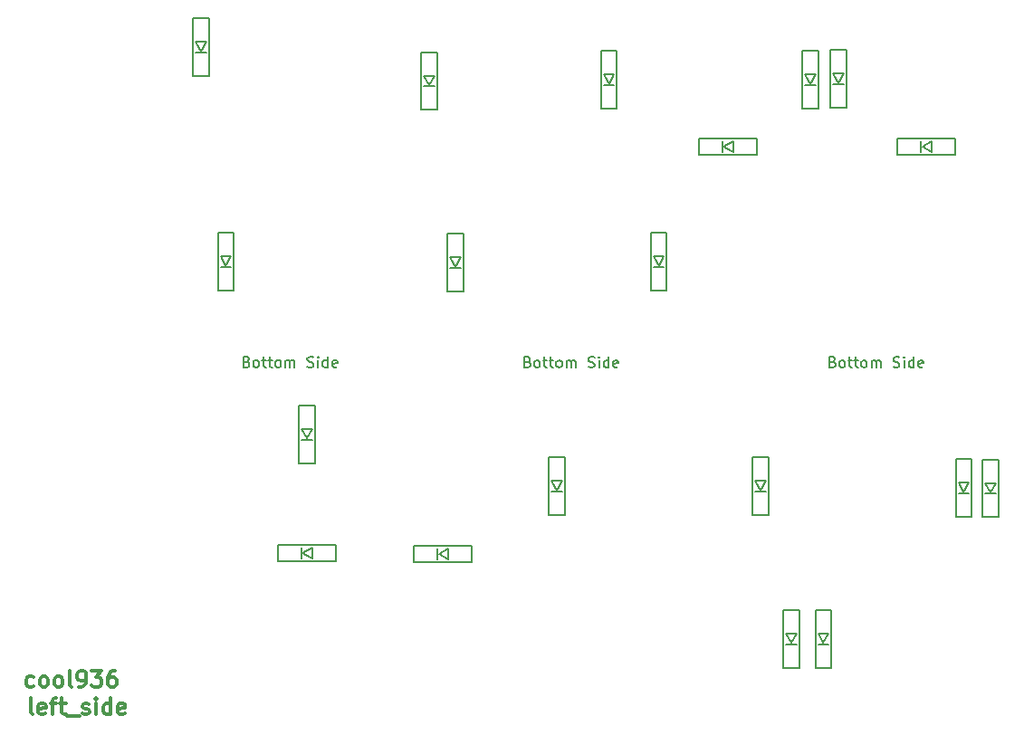
<source format=gbr>
G04 #@! TF.GenerationSoftware,KiCad,Pcbnew,(5.1.6-0-10_14)*
G04 #@! TF.CreationDate,2022-03-06T15:35:19+09:00*
G04 #@! TF.ProjectId,cool936,636f6f6c-3933-4362-9e6b-696361645f70,rev?*
G04 #@! TF.SameCoordinates,Original*
G04 #@! TF.FileFunction,Legend,Top*
G04 #@! TF.FilePolarity,Positive*
%FSLAX46Y46*%
G04 Gerber Fmt 4.6, Leading zero omitted, Abs format (unit mm)*
G04 Created by KiCad (PCBNEW (5.1.6-0-10_14)) date 2022-03-06 15:35:19*
%MOMM*%
%LPD*%
G01*
G04 APERTURE LIST*
%ADD10C,0.300000*%
%ADD11C,0.150000*%
G04 APERTURE END LIST*
D10*
X21242857Y-61122142D02*
X21100000Y-61193571D01*
X20814285Y-61193571D01*
X20671428Y-61122142D01*
X20600000Y-61050714D01*
X20528571Y-60907857D01*
X20528571Y-60479285D01*
X20600000Y-60336428D01*
X20671428Y-60265000D01*
X20814285Y-60193571D01*
X21100000Y-60193571D01*
X21242857Y-60265000D01*
X22100000Y-61193571D02*
X21957142Y-61122142D01*
X21885714Y-61050714D01*
X21814285Y-60907857D01*
X21814285Y-60479285D01*
X21885714Y-60336428D01*
X21957142Y-60265000D01*
X22100000Y-60193571D01*
X22314285Y-60193571D01*
X22457142Y-60265000D01*
X22528571Y-60336428D01*
X22600000Y-60479285D01*
X22600000Y-60907857D01*
X22528571Y-61050714D01*
X22457142Y-61122142D01*
X22314285Y-61193571D01*
X22100000Y-61193571D01*
X23457142Y-61193571D02*
X23314285Y-61122142D01*
X23242857Y-61050714D01*
X23171428Y-60907857D01*
X23171428Y-60479285D01*
X23242857Y-60336428D01*
X23314285Y-60265000D01*
X23457142Y-60193571D01*
X23671428Y-60193571D01*
X23814285Y-60265000D01*
X23885714Y-60336428D01*
X23957142Y-60479285D01*
X23957142Y-60907857D01*
X23885714Y-61050714D01*
X23814285Y-61122142D01*
X23671428Y-61193571D01*
X23457142Y-61193571D01*
X24814285Y-61193571D02*
X24671428Y-61122142D01*
X24600000Y-60979285D01*
X24600000Y-59693571D01*
X25457142Y-61193571D02*
X25742857Y-61193571D01*
X25885714Y-61122142D01*
X25957142Y-61050714D01*
X26100000Y-60836428D01*
X26171428Y-60550714D01*
X26171428Y-59979285D01*
X26100000Y-59836428D01*
X26028571Y-59765000D01*
X25885714Y-59693571D01*
X25600000Y-59693571D01*
X25457142Y-59765000D01*
X25385714Y-59836428D01*
X25314285Y-59979285D01*
X25314285Y-60336428D01*
X25385714Y-60479285D01*
X25457142Y-60550714D01*
X25600000Y-60622142D01*
X25885714Y-60622142D01*
X26028571Y-60550714D01*
X26100000Y-60479285D01*
X26171428Y-60336428D01*
X26671428Y-59693571D02*
X27600000Y-59693571D01*
X27100000Y-60265000D01*
X27314285Y-60265000D01*
X27457142Y-60336428D01*
X27528571Y-60407857D01*
X27600000Y-60550714D01*
X27600000Y-60907857D01*
X27528571Y-61050714D01*
X27457142Y-61122142D01*
X27314285Y-61193571D01*
X26885714Y-61193571D01*
X26742857Y-61122142D01*
X26671428Y-61050714D01*
X28885714Y-59693571D02*
X28600000Y-59693571D01*
X28457142Y-59765000D01*
X28385714Y-59836428D01*
X28242857Y-60050714D01*
X28171428Y-60336428D01*
X28171428Y-60907857D01*
X28242857Y-61050714D01*
X28314285Y-61122142D01*
X28457142Y-61193571D01*
X28742857Y-61193571D01*
X28885714Y-61122142D01*
X28957142Y-61050714D01*
X29028571Y-60907857D01*
X29028571Y-60550714D01*
X28957142Y-60407857D01*
X28885714Y-60336428D01*
X28742857Y-60265000D01*
X28457142Y-60265000D01*
X28314285Y-60336428D01*
X28242857Y-60407857D01*
X28171428Y-60550714D01*
X21171428Y-63743571D02*
X21028571Y-63672142D01*
X20957142Y-63529285D01*
X20957142Y-62243571D01*
X22314285Y-63672142D02*
X22171428Y-63743571D01*
X21885714Y-63743571D01*
X21742857Y-63672142D01*
X21671428Y-63529285D01*
X21671428Y-62957857D01*
X21742857Y-62815000D01*
X21885714Y-62743571D01*
X22171428Y-62743571D01*
X22314285Y-62815000D01*
X22385714Y-62957857D01*
X22385714Y-63100714D01*
X21671428Y-63243571D01*
X22814285Y-62743571D02*
X23385714Y-62743571D01*
X23028571Y-63743571D02*
X23028571Y-62457857D01*
X23100000Y-62315000D01*
X23242857Y-62243571D01*
X23385714Y-62243571D01*
X23671428Y-62743571D02*
X24242857Y-62743571D01*
X23885714Y-62243571D02*
X23885714Y-63529285D01*
X23957142Y-63672142D01*
X24100000Y-63743571D01*
X24242857Y-63743571D01*
X24385714Y-63886428D02*
X25528571Y-63886428D01*
X25814285Y-63672142D02*
X25957142Y-63743571D01*
X26242857Y-63743571D01*
X26385714Y-63672142D01*
X26457142Y-63529285D01*
X26457142Y-63457857D01*
X26385714Y-63315000D01*
X26242857Y-63243571D01*
X26028571Y-63243571D01*
X25885714Y-63172142D01*
X25814285Y-63029285D01*
X25814285Y-62957857D01*
X25885714Y-62815000D01*
X26028571Y-62743571D01*
X26242857Y-62743571D01*
X26385714Y-62815000D01*
X27100000Y-63743571D02*
X27100000Y-62743571D01*
X27100000Y-62243571D02*
X27028571Y-62315000D01*
X27100000Y-62386428D01*
X27171428Y-62315000D01*
X27100000Y-62243571D01*
X27100000Y-62386428D01*
X28457142Y-63743571D02*
X28457142Y-62243571D01*
X28457142Y-63672142D02*
X28314285Y-63743571D01*
X28028571Y-63743571D01*
X27885714Y-63672142D01*
X27814285Y-63600714D01*
X27742857Y-63457857D01*
X27742857Y-63029285D01*
X27814285Y-62886428D01*
X27885714Y-62815000D01*
X28028571Y-62743571D01*
X28314285Y-62743571D01*
X28457142Y-62815000D01*
X29742857Y-63672142D02*
X29600000Y-63743571D01*
X29314285Y-63743571D01*
X29171428Y-63672142D01*
X29100000Y-63529285D01*
X29100000Y-62957857D01*
X29171428Y-62815000D01*
X29314285Y-62743571D01*
X29600000Y-62743571D01*
X29742857Y-62815000D01*
X29814285Y-62957857D01*
X29814285Y-63100714D01*
X29100000Y-63243571D01*
D11*
X39220000Y-21790000D02*
X38720000Y-20890000D01*
X38720000Y-20890000D02*
X39720000Y-20890000D01*
X39720000Y-20890000D02*
X39220000Y-21790000D01*
X38720000Y-21890000D02*
X39720000Y-21890000D01*
X38470000Y-18690000D02*
X38470000Y-24090000D01*
X38470000Y-24090000D02*
X39970000Y-24090000D01*
X39970000Y-24090000D02*
X39970000Y-18690000D01*
X39970000Y-18690000D02*
X38470000Y-18690000D01*
X46790000Y-37940000D02*
X46290000Y-37040000D01*
X46290000Y-37040000D02*
X47290000Y-37040000D01*
X47290000Y-37040000D02*
X46790000Y-37940000D01*
X46290000Y-38040000D02*
X47290000Y-38040000D01*
X46040000Y-34840000D02*
X46040000Y-40240000D01*
X46040000Y-40240000D02*
X47540000Y-40240000D01*
X47540000Y-40240000D02*
X47540000Y-34840000D01*
X47540000Y-34840000D02*
X46040000Y-34840000D01*
X95100000Y-57080000D02*
X94600000Y-56180000D01*
X94600000Y-56180000D02*
X95600000Y-56180000D01*
X95600000Y-56180000D02*
X95100000Y-57080000D01*
X94600000Y-57180000D02*
X95600000Y-57180000D01*
X94350000Y-53980000D02*
X94350000Y-59380000D01*
X94350000Y-59380000D02*
X95850000Y-59380000D01*
X95850000Y-59380000D02*
X95850000Y-53980000D01*
X95850000Y-53980000D02*
X94350000Y-53980000D01*
X92090000Y-57080000D02*
X91590000Y-56180000D01*
X91590000Y-56180000D02*
X92590000Y-56180000D01*
X92590000Y-56180000D02*
X92090000Y-57080000D01*
X91590000Y-57180000D02*
X92590000Y-57180000D01*
X91340000Y-53980000D02*
X91340000Y-59380000D01*
X91340000Y-59380000D02*
X92840000Y-59380000D01*
X92840000Y-59380000D02*
X92840000Y-53980000D01*
X92840000Y-53980000D02*
X91340000Y-53980000D01*
X89230000Y-42820000D02*
X88730000Y-41920000D01*
X88730000Y-41920000D02*
X89730000Y-41920000D01*
X89730000Y-41920000D02*
X89230000Y-42820000D01*
X88730000Y-42920000D02*
X89730000Y-42920000D01*
X88480000Y-39720000D02*
X88480000Y-45120000D01*
X88480000Y-45120000D02*
X89980000Y-45120000D01*
X89980000Y-45120000D02*
X89980000Y-39720000D01*
X89980000Y-39720000D02*
X88480000Y-39720000D01*
X108220000Y-42970000D02*
X107720000Y-42070000D01*
X107720000Y-42070000D02*
X108720000Y-42070000D01*
X108720000Y-42070000D02*
X108220000Y-42970000D01*
X107720000Y-43070000D02*
X108720000Y-43070000D01*
X107470000Y-39870000D02*
X107470000Y-45270000D01*
X107470000Y-45270000D02*
X108970000Y-45270000D01*
X108970000Y-45270000D02*
X108970000Y-39870000D01*
X108970000Y-39870000D02*
X107470000Y-39870000D01*
X111500000Y-39900000D02*
X110000000Y-39900000D01*
X111500000Y-45300000D02*
X111500000Y-39900000D01*
X110000000Y-45300000D02*
X111500000Y-45300000D01*
X110000000Y-39900000D02*
X110000000Y-45300000D01*
X110250000Y-43100000D02*
X111250000Y-43100000D01*
X111250000Y-42100000D02*
X110750000Y-43000000D01*
X110250000Y-42100000D02*
X111250000Y-42100000D01*
X110750000Y-43000000D02*
X110250000Y-42100000D01*
X46380000Y-48660000D02*
X47280000Y-48160000D01*
X47280000Y-48160000D02*
X47280000Y-49160000D01*
X47280000Y-49160000D02*
X46380000Y-48660000D01*
X46280000Y-48160000D02*
X46280000Y-49160000D01*
X49480000Y-47910000D02*
X44080000Y-47910000D01*
X44080000Y-47910000D02*
X44080000Y-49410000D01*
X44080000Y-49410000D02*
X49480000Y-49410000D01*
X49480000Y-49410000D02*
X49480000Y-47910000D01*
X59130000Y-48730000D02*
X60030000Y-48230000D01*
X60030000Y-48230000D02*
X60030000Y-49230000D01*
X60030000Y-49230000D02*
X59130000Y-48730000D01*
X59030000Y-48230000D02*
X59030000Y-49230000D01*
X62230000Y-47980000D02*
X56830000Y-47980000D01*
X56830000Y-47980000D02*
X56830000Y-49480000D01*
X56830000Y-49480000D02*
X62230000Y-49480000D01*
X62230000Y-49480000D02*
X62230000Y-47980000D01*
X36880000Y-1740000D02*
X36380000Y-840000D01*
X36380000Y-840000D02*
X37380000Y-840000D01*
X37380000Y-840000D02*
X36880000Y-1740000D01*
X36380000Y-1840000D02*
X37380000Y-1840000D01*
X36130000Y1360000D02*
X36130000Y-4040000D01*
X36130000Y-4040000D02*
X37630000Y-4040000D01*
X37630000Y-4040000D02*
X37630000Y1360000D01*
X37630000Y1360000D02*
X36130000Y1360000D01*
X75040000Y-4770000D02*
X74540000Y-3870000D01*
X74540000Y-3870000D02*
X75540000Y-3870000D01*
X75540000Y-3870000D02*
X75040000Y-4770000D01*
X74540000Y-4870000D02*
X75540000Y-4870000D01*
X74290000Y-1670000D02*
X74290000Y-7070000D01*
X74290000Y-7070000D02*
X75790000Y-7070000D01*
X75790000Y-7070000D02*
X75790000Y-1670000D01*
X75790000Y-1670000D02*
X74290000Y-1670000D01*
X58200000Y-4910000D02*
X57700000Y-4010000D01*
X57700000Y-4010000D02*
X58700000Y-4010000D01*
X58700000Y-4010000D02*
X58200000Y-4910000D01*
X57700000Y-5010000D02*
X58700000Y-5010000D01*
X57450000Y-1810000D02*
X57450000Y-7210000D01*
X57450000Y-7210000D02*
X58950000Y-7210000D01*
X58950000Y-7210000D02*
X58950000Y-1810000D01*
X58950000Y-1810000D02*
X57450000Y-1810000D01*
X96480000Y-4710000D02*
X95980000Y-3810000D01*
X95980000Y-3810000D02*
X96980000Y-3810000D01*
X96980000Y-3810000D02*
X96480000Y-4710000D01*
X95980000Y-4810000D02*
X96980000Y-4810000D01*
X95730000Y-1610000D02*
X95730000Y-7010000D01*
X95730000Y-7010000D02*
X97230000Y-7010000D01*
X97230000Y-7010000D02*
X97230000Y-1610000D01*
X97230000Y-1610000D02*
X95730000Y-1610000D01*
X93900000Y-4800000D02*
X93400000Y-3900000D01*
X93400000Y-3900000D02*
X94400000Y-3900000D01*
X94400000Y-3900000D02*
X93900000Y-4800000D01*
X93400000Y-4900000D02*
X94400000Y-4900000D01*
X93150000Y-1700000D02*
X93150000Y-7100000D01*
X93150000Y-7100000D02*
X94650000Y-7100000D01*
X94650000Y-7100000D02*
X94650000Y-1700000D01*
X94650000Y-1700000D02*
X93150000Y-1700000D01*
X85750000Y-10620000D02*
X86650000Y-10120000D01*
X86650000Y-10120000D02*
X86650000Y-11120000D01*
X86650000Y-11120000D02*
X85750000Y-10620000D01*
X85650000Y-10120000D02*
X85650000Y-11120000D01*
X88850000Y-9870000D02*
X83450000Y-9870000D01*
X83450000Y-9870000D02*
X83450000Y-11370000D01*
X83450000Y-11370000D02*
X88850000Y-11370000D01*
X88850000Y-11370000D02*
X88850000Y-9870000D01*
X107440000Y-11370000D02*
X107440000Y-9870000D01*
X102040000Y-11370000D02*
X107440000Y-11370000D01*
X102040000Y-9870000D02*
X102040000Y-11370000D01*
X107440000Y-9870000D02*
X102040000Y-9870000D01*
X104240000Y-10120000D02*
X104240000Y-11120000D01*
X105240000Y-11120000D02*
X104340000Y-10620000D01*
X105240000Y-10120000D02*
X105240000Y-11120000D01*
X104340000Y-10620000D02*
X105240000Y-10120000D01*
X70160000Y-42780000D02*
X69660000Y-41880000D01*
X69660000Y-41880000D02*
X70660000Y-41880000D01*
X70660000Y-41880000D02*
X70160000Y-42780000D01*
X69660000Y-42880000D02*
X70660000Y-42880000D01*
X69410000Y-39680000D02*
X69410000Y-45080000D01*
X69410000Y-45080000D02*
X70910000Y-45080000D01*
X70910000Y-45080000D02*
X70910000Y-39680000D01*
X70910000Y-39680000D02*
X69410000Y-39680000D01*
X79700000Y-21820000D02*
X79200000Y-20920000D01*
X79200000Y-20920000D02*
X80200000Y-20920000D01*
X80200000Y-20920000D02*
X79700000Y-21820000D01*
X79200000Y-21920000D02*
X80200000Y-21920000D01*
X78950000Y-18720000D02*
X78950000Y-24120000D01*
X78950000Y-24120000D02*
X80450000Y-24120000D01*
X80450000Y-24120000D02*
X80450000Y-18720000D01*
X80450000Y-18720000D02*
X78950000Y-18720000D01*
X60690000Y-21870000D02*
X60190000Y-20970000D01*
X60190000Y-20970000D02*
X61190000Y-20970000D01*
X61190000Y-20970000D02*
X60690000Y-21870000D01*
X60190000Y-21970000D02*
X61190000Y-21970000D01*
X59940000Y-18770000D02*
X59940000Y-24170000D01*
X59940000Y-24170000D02*
X61440000Y-24170000D01*
X61440000Y-24170000D02*
X61440000Y-18770000D01*
X61440000Y-18770000D02*
X59940000Y-18770000D01*
X95972380Y-30768571D02*
X96115238Y-30816190D01*
X96162857Y-30863809D01*
X96210476Y-30959047D01*
X96210476Y-31101904D01*
X96162857Y-31197142D01*
X96115238Y-31244761D01*
X96020000Y-31292380D01*
X95639047Y-31292380D01*
X95639047Y-30292380D01*
X95972380Y-30292380D01*
X96067619Y-30340000D01*
X96115238Y-30387619D01*
X96162857Y-30482857D01*
X96162857Y-30578095D01*
X96115238Y-30673333D01*
X96067619Y-30720952D01*
X95972380Y-30768571D01*
X95639047Y-30768571D01*
X96781904Y-31292380D02*
X96686666Y-31244761D01*
X96639047Y-31197142D01*
X96591428Y-31101904D01*
X96591428Y-30816190D01*
X96639047Y-30720952D01*
X96686666Y-30673333D01*
X96781904Y-30625714D01*
X96924761Y-30625714D01*
X97020000Y-30673333D01*
X97067619Y-30720952D01*
X97115238Y-30816190D01*
X97115238Y-31101904D01*
X97067619Y-31197142D01*
X97020000Y-31244761D01*
X96924761Y-31292380D01*
X96781904Y-31292380D01*
X97400952Y-30625714D02*
X97781904Y-30625714D01*
X97543809Y-30292380D02*
X97543809Y-31149523D01*
X97591428Y-31244761D01*
X97686666Y-31292380D01*
X97781904Y-31292380D01*
X97972380Y-30625714D02*
X98353333Y-30625714D01*
X98115238Y-30292380D02*
X98115238Y-31149523D01*
X98162857Y-31244761D01*
X98258095Y-31292380D01*
X98353333Y-31292380D01*
X98829523Y-31292380D02*
X98734285Y-31244761D01*
X98686666Y-31197142D01*
X98639047Y-31101904D01*
X98639047Y-30816190D01*
X98686666Y-30720952D01*
X98734285Y-30673333D01*
X98829523Y-30625714D01*
X98972380Y-30625714D01*
X99067619Y-30673333D01*
X99115238Y-30720952D01*
X99162857Y-30816190D01*
X99162857Y-31101904D01*
X99115238Y-31197142D01*
X99067619Y-31244761D01*
X98972380Y-31292380D01*
X98829523Y-31292380D01*
X99591428Y-31292380D02*
X99591428Y-30625714D01*
X99591428Y-30720952D02*
X99639047Y-30673333D01*
X99734285Y-30625714D01*
X99877142Y-30625714D01*
X99972380Y-30673333D01*
X100020000Y-30768571D01*
X100020000Y-31292380D01*
X100020000Y-30768571D02*
X100067619Y-30673333D01*
X100162857Y-30625714D01*
X100305714Y-30625714D01*
X100400952Y-30673333D01*
X100448571Y-30768571D01*
X100448571Y-31292380D01*
X101639047Y-31244761D02*
X101781904Y-31292380D01*
X102020000Y-31292380D01*
X102115238Y-31244761D01*
X102162857Y-31197142D01*
X102210476Y-31101904D01*
X102210476Y-31006666D01*
X102162857Y-30911428D01*
X102115238Y-30863809D01*
X102020000Y-30816190D01*
X101829523Y-30768571D01*
X101734285Y-30720952D01*
X101686666Y-30673333D01*
X101639047Y-30578095D01*
X101639047Y-30482857D01*
X101686666Y-30387619D01*
X101734285Y-30340000D01*
X101829523Y-30292380D01*
X102067619Y-30292380D01*
X102210476Y-30340000D01*
X102639047Y-31292380D02*
X102639047Y-30625714D01*
X102639047Y-30292380D02*
X102591428Y-30340000D01*
X102639047Y-30387619D01*
X102686666Y-30340000D01*
X102639047Y-30292380D01*
X102639047Y-30387619D01*
X103543809Y-31292380D02*
X103543809Y-30292380D01*
X103543809Y-31244761D02*
X103448571Y-31292380D01*
X103258095Y-31292380D01*
X103162857Y-31244761D01*
X103115238Y-31197142D01*
X103067619Y-31101904D01*
X103067619Y-30816190D01*
X103115238Y-30720952D01*
X103162857Y-30673333D01*
X103258095Y-30625714D01*
X103448571Y-30625714D01*
X103543809Y-30673333D01*
X104400952Y-31244761D02*
X104305714Y-31292380D01*
X104115238Y-31292380D01*
X104020000Y-31244761D01*
X103972380Y-31149523D01*
X103972380Y-30768571D01*
X104020000Y-30673333D01*
X104115238Y-30625714D01*
X104305714Y-30625714D01*
X104400952Y-30673333D01*
X104448571Y-30768571D01*
X104448571Y-30863809D01*
X103972380Y-30959047D01*
X41172380Y-30758571D02*
X41315238Y-30806190D01*
X41362857Y-30853809D01*
X41410476Y-30949047D01*
X41410476Y-31091904D01*
X41362857Y-31187142D01*
X41315238Y-31234761D01*
X41220000Y-31282380D01*
X40839047Y-31282380D01*
X40839047Y-30282380D01*
X41172380Y-30282380D01*
X41267619Y-30330000D01*
X41315238Y-30377619D01*
X41362857Y-30472857D01*
X41362857Y-30568095D01*
X41315238Y-30663333D01*
X41267619Y-30710952D01*
X41172380Y-30758571D01*
X40839047Y-30758571D01*
X41981904Y-31282380D02*
X41886666Y-31234761D01*
X41839047Y-31187142D01*
X41791428Y-31091904D01*
X41791428Y-30806190D01*
X41839047Y-30710952D01*
X41886666Y-30663333D01*
X41981904Y-30615714D01*
X42124761Y-30615714D01*
X42220000Y-30663333D01*
X42267619Y-30710952D01*
X42315238Y-30806190D01*
X42315238Y-31091904D01*
X42267619Y-31187142D01*
X42220000Y-31234761D01*
X42124761Y-31282380D01*
X41981904Y-31282380D01*
X42600952Y-30615714D02*
X42981904Y-30615714D01*
X42743809Y-30282380D02*
X42743809Y-31139523D01*
X42791428Y-31234761D01*
X42886666Y-31282380D01*
X42981904Y-31282380D01*
X43172380Y-30615714D02*
X43553333Y-30615714D01*
X43315238Y-30282380D02*
X43315238Y-31139523D01*
X43362857Y-31234761D01*
X43458095Y-31282380D01*
X43553333Y-31282380D01*
X44029523Y-31282380D02*
X43934285Y-31234761D01*
X43886666Y-31187142D01*
X43839047Y-31091904D01*
X43839047Y-30806190D01*
X43886666Y-30710952D01*
X43934285Y-30663333D01*
X44029523Y-30615714D01*
X44172380Y-30615714D01*
X44267619Y-30663333D01*
X44315238Y-30710952D01*
X44362857Y-30806190D01*
X44362857Y-31091904D01*
X44315238Y-31187142D01*
X44267619Y-31234761D01*
X44172380Y-31282380D01*
X44029523Y-31282380D01*
X44791428Y-31282380D02*
X44791428Y-30615714D01*
X44791428Y-30710952D02*
X44839047Y-30663333D01*
X44934285Y-30615714D01*
X45077142Y-30615714D01*
X45172380Y-30663333D01*
X45220000Y-30758571D01*
X45220000Y-31282380D01*
X45220000Y-30758571D02*
X45267619Y-30663333D01*
X45362857Y-30615714D01*
X45505714Y-30615714D01*
X45600952Y-30663333D01*
X45648571Y-30758571D01*
X45648571Y-31282380D01*
X46839047Y-31234761D02*
X46981904Y-31282380D01*
X47220000Y-31282380D01*
X47315238Y-31234761D01*
X47362857Y-31187142D01*
X47410476Y-31091904D01*
X47410476Y-30996666D01*
X47362857Y-30901428D01*
X47315238Y-30853809D01*
X47220000Y-30806190D01*
X47029523Y-30758571D01*
X46934285Y-30710952D01*
X46886666Y-30663333D01*
X46839047Y-30568095D01*
X46839047Y-30472857D01*
X46886666Y-30377619D01*
X46934285Y-30330000D01*
X47029523Y-30282380D01*
X47267619Y-30282380D01*
X47410476Y-30330000D01*
X47839047Y-31282380D02*
X47839047Y-30615714D01*
X47839047Y-30282380D02*
X47791428Y-30330000D01*
X47839047Y-30377619D01*
X47886666Y-30330000D01*
X47839047Y-30282380D01*
X47839047Y-30377619D01*
X48743809Y-31282380D02*
X48743809Y-30282380D01*
X48743809Y-31234761D02*
X48648571Y-31282380D01*
X48458095Y-31282380D01*
X48362857Y-31234761D01*
X48315238Y-31187142D01*
X48267619Y-31091904D01*
X48267619Y-30806190D01*
X48315238Y-30710952D01*
X48362857Y-30663333D01*
X48458095Y-30615714D01*
X48648571Y-30615714D01*
X48743809Y-30663333D01*
X49600952Y-31234761D02*
X49505714Y-31282380D01*
X49315238Y-31282380D01*
X49220000Y-31234761D01*
X49172380Y-31139523D01*
X49172380Y-30758571D01*
X49220000Y-30663333D01*
X49315238Y-30615714D01*
X49505714Y-30615714D01*
X49600952Y-30663333D01*
X49648571Y-30758571D01*
X49648571Y-30853809D01*
X49172380Y-30949047D01*
X67452380Y-30778571D02*
X67595238Y-30826190D01*
X67642857Y-30873809D01*
X67690476Y-30969047D01*
X67690476Y-31111904D01*
X67642857Y-31207142D01*
X67595238Y-31254761D01*
X67500000Y-31302380D01*
X67119047Y-31302380D01*
X67119047Y-30302380D01*
X67452380Y-30302380D01*
X67547619Y-30350000D01*
X67595238Y-30397619D01*
X67642857Y-30492857D01*
X67642857Y-30588095D01*
X67595238Y-30683333D01*
X67547619Y-30730952D01*
X67452380Y-30778571D01*
X67119047Y-30778571D01*
X68261904Y-31302380D02*
X68166666Y-31254761D01*
X68119047Y-31207142D01*
X68071428Y-31111904D01*
X68071428Y-30826190D01*
X68119047Y-30730952D01*
X68166666Y-30683333D01*
X68261904Y-30635714D01*
X68404761Y-30635714D01*
X68500000Y-30683333D01*
X68547619Y-30730952D01*
X68595238Y-30826190D01*
X68595238Y-31111904D01*
X68547619Y-31207142D01*
X68500000Y-31254761D01*
X68404761Y-31302380D01*
X68261904Y-31302380D01*
X68880952Y-30635714D02*
X69261904Y-30635714D01*
X69023809Y-30302380D02*
X69023809Y-31159523D01*
X69071428Y-31254761D01*
X69166666Y-31302380D01*
X69261904Y-31302380D01*
X69452380Y-30635714D02*
X69833333Y-30635714D01*
X69595238Y-30302380D02*
X69595238Y-31159523D01*
X69642857Y-31254761D01*
X69738095Y-31302380D01*
X69833333Y-31302380D01*
X70309523Y-31302380D02*
X70214285Y-31254761D01*
X70166666Y-31207142D01*
X70119047Y-31111904D01*
X70119047Y-30826190D01*
X70166666Y-30730952D01*
X70214285Y-30683333D01*
X70309523Y-30635714D01*
X70452380Y-30635714D01*
X70547619Y-30683333D01*
X70595238Y-30730952D01*
X70642857Y-30826190D01*
X70642857Y-31111904D01*
X70595238Y-31207142D01*
X70547619Y-31254761D01*
X70452380Y-31302380D01*
X70309523Y-31302380D01*
X71071428Y-31302380D02*
X71071428Y-30635714D01*
X71071428Y-30730952D02*
X71119047Y-30683333D01*
X71214285Y-30635714D01*
X71357142Y-30635714D01*
X71452380Y-30683333D01*
X71500000Y-30778571D01*
X71500000Y-31302380D01*
X71500000Y-30778571D02*
X71547619Y-30683333D01*
X71642857Y-30635714D01*
X71785714Y-30635714D01*
X71880952Y-30683333D01*
X71928571Y-30778571D01*
X71928571Y-31302380D01*
X73119047Y-31254761D02*
X73261904Y-31302380D01*
X73500000Y-31302380D01*
X73595238Y-31254761D01*
X73642857Y-31207142D01*
X73690476Y-31111904D01*
X73690476Y-31016666D01*
X73642857Y-30921428D01*
X73595238Y-30873809D01*
X73500000Y-30826190D01*
X73309523Y-30778571D01*
X73214285Y-30730952D01*
X73166666Y-30683333D01*
X73119047Y-30588095D01*
X73119047Y-30492857D01*
X73166666Y-30397619D01*
X73214285Y-30350000D01*
X73309523Y-30302380D01*
X73547619Y-30302380D01*
X73690476Y-30350000D01*
X74119047Y-31302380D02*
X74119047Y-30635714D01*
X74119047Y-30302380D02*
X74071428Y-30350000D01*
X74119047Y-30397619D01*
X74166666Y-30350000D01*
X74119047Y-30302380D01*
X74119047Y-30397619D01*
X75023809Y-31302380D02*
X75023809Y-30302380D01*
X75023809Y-31254761D02*
X74928571Y-31302380D01*
X74738095Y-31302380D01*
X74642857Y-31254761D01*
X74595238Y-31207142D01*
X74547619Y-31111904D01*
X74547619Y-30826190D01*
X74595238Y-30730952D01*
X74642857Y-30683333D01*
X74738095Y-30635714D01*
X74928571Y-30635714D01*
X75023809Y-30683333D01*
X75880952Y-31254761D02*
X75785714Y-31302380D01*
X75595238Y-31302380D01*
X75500000Y-31254761D01*
X75452380Y-31159523D01*
X75452380Y-30778571D01*
X75500000Y-30683333D01*
X75595238Y-30635714D01*
X75785714Y-30635714D01*
X75880952Y-30683333D01*
X75928571Y-30778571D01*
X75928571Y-30873809D01*
X75452380Y-30969047D01*
M02*

</source>
